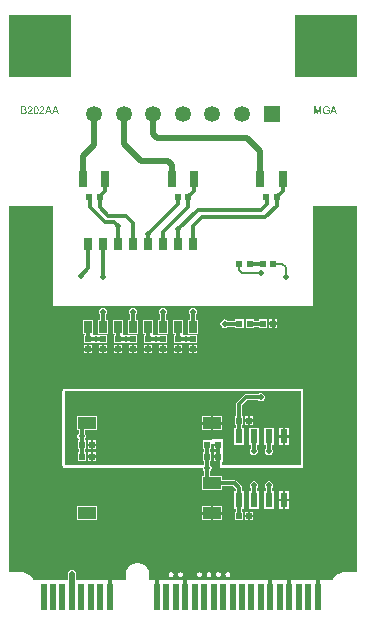
<source format=gtl>
G04*
G04 #@! TF.GenerationSoftware,Altium Limited,Altium Designer,22.1.2 (22)*
G04*
G04 Layer_Physical_Order=1*
G04 Layer_Color=255*
%FSLAX25Y25*%
%MOIN*%
G70*
G04*
G04 #@! TF.SameCoordinates,D9C7AC14-A0B2-4E4F-895A-178DC6869FF5*
G04*
G04*
G04 #@! TF.FilePolarity,Positive*
G04*
G01*
G75*
%ADD11C,0.00787*%
%ADD15R,0.02756X0.05512*%
%ADD16R,0.02047X0.01850*%
%ADD17R,0.02756X0.03937*%
%ADD18R,0.01850X0.02047*%
%ADD19R,0.02362X0.05118*%
%ADD20R,0.01968X0.02362*%
%ADD21R,0.05906X0.03937*%
%ADD36R,0.02362X0.09055*%
%ADD37C,0.01968*%
%ADD38C,0.01181*%
%ADD39R,0.20866X0.20866*%
%ADD40R,0.05315X0.05315*%
%ADD41C,0.05315*%
%ADD42C,0.01968*%
G36*
X58052Y13602D02*
X53740D01*
X53716Y13597D01*
X53691Y13601D01*
X53382Y13586D01*
X53310Y13567D01*
X53236D01*
X52630Y13447D01*
X52539Y13409D01*
X52442Y13390D01*
X51871Y13154D01*
X51789Y13099D01*
X51698Y13061D01*
X51185Y12718D01*
X51115Y12648D01*
X51033Y12593D01*
X50596Y12156D01*
X50541Y12074D01*
X50471Y12004D01*
X50128Y11491D01*
X50090Y11400D01*
X50035Y11317D01*
X49845Y10859D01*
X-11201D01*
Y12795D01*
X-11208Y12828D01*
X-11203Y12861D01*
X-11229Y13246D01*
X-11254Y13342D01*
X-11261Y13440D01*
X-11460Y14185D01*
X-11518Y14303D01*
X-11560Y14427D01*
X-11946Y15094D01*
X-12032Y15193D01*
X-12105Y15302D01*
X-12650Y15847D01*
X-12760Y15920D01*
X-12858Y16007D01*
X-13526Y16392D01*
X-13650Y16434D01*
X-13768Y16493D01*
X-14512Y16692D01*
X-14643Y16701D01*
X-14772Y16726D01*
X-15543D01*
X-15672Y16701D01*
X-15803Y16692D01*
X-16547Y16493D01*
X-16665Y16434D01*
X-16789Y16392D01*
X-17457Y16007D01*
X-17555Y15920D01*
X-17665Y15847D01*
X-18210Y15302D01*
X-18283Y15193D01*
X-18369Y15094D01*
X-18755Y14427D01*
X-18797Y14303D01*
X-18855Y14185D01*
X-19054Y13440D01*
X-19061Y13342D01*
X-19086Y13246D01*
X-19112Y12861D01*
X-19107Y12828D01*
X-19114Y12795D01*
Y10859D01*
X-35603D01*
Y12910D01*
X-35710Y13447D01*
X-36014Y13903D01*
X-36470Y14208D01*
X-37008Y14314D01*
X-37545Y14208D01*
X-38001Y13903D01*
X-38306Y13447D01*
X-38413Y12910D01*
Y10859D01*
X-49845D01*
X-50035Y11317D01*
X-50090Y11400D01*
X-50128Y11491D01*
X-50471Y12004D01*
X-50541Y12074D01*
X-50596Y12156D01*
X-51033Y12593D01*
X-51115Y12648D01*
X-51185Y12718D01*
X-51698Y13061D01*
X-51789Y13099D01*
X-51871Y13154D01*
X-52442Y13390D01*
X-52539Y13409D01*
X-52630Y13447D01*
X-53236Y13567D01*
X-53310D01*
X-53382Y13586D01*
X-53691Y13601D01*
X-53716Y13597D01*
X-53740Y13602D01*
X-58052D01*
Y135827D01*
X-43307D01*
Y102362D01*
X43307D01*
Y135827D01*
X58052D01*
Y13602D01*
D02*
G37*
G36*
X47944Y168925D02*
X47973D01*
X48042Y168918D01*
X48118Y168907D01*
X48198Y168888D01*
X48286Y168867D01*
X48369Y168837D01*
X48373D01*
X48380Y168834D01*
X48391Y168830D01*
X48406Y168823D01*
X48446Y168801D01*
X48497Y168776D01*
X48551Y168739D01*
X48610Y168695D01*
X48664Y168648D01*
X48715Y168590D01*
X48722Y168583D01*
X48737Y168561D01*
X48759Y168528D01*
X48788Y168481D01*
X48817Y168422D01*
X48850Y168350D01*
X48883Y168270D01*
X48908Y168179D01*
X48606Y168098D01*
Y168102D01*
X48602Y168106D01*
X48599Y168117D01*
X48595Y168131D01*
X48584Y168164D01*
X48570Y168208D01*
X48548Y168259D01*
X48522Y168306D01*
X48497Y168357D01*
X48464Y168401D01*
X48460Y168404D01*
X48450Y168419D01*
X48428Y168437D01*
X48402Y168463D01*
X48369Y168492D01*
X48326Y168521D01*
X48278Y168550D01*
X48224Y168575D01*
X48217Y168579D01*
X48198Y168586D01*
X48166Y168597D01*
X48122Y168612D01*
X48071Y168623D01*
X48013Y168634D01*
X47947Y168641D01*
X47878Y168644D01*
X47838D01*
X47820Y168641D01*
X47798D01*
X47743Y168637D01*
X47681Y168626D01*
X47612Y168615D01*
X47547Y168597D01*
X47481Y168572D01*
X47474Y168568D01*
X47452Y168561D01*
X47423Y168543D01*
X47387Y168524D01*
X47343Y168495D01*
X47296Y168466D01*
X47252Y168430D01*
X47212Y168390D01*
X47208Y168386D01*
X47194Y168371D01*
X47175Y168346D01*
X47154Y168317D01*
X47128Y168280D01*
X47103Y168237D01*
X47077Y168190D01*
X47052Y168139D01*
Y168135D01*
X47048Y168128D01*
X47045Y168117D01*
X47037Y168098D01*
X47030Y168077D01*
X47023Y168051D01*
X47012Y168022D01*
X47004Y167989D01*
X46986Y167913D01*
X46972Y167825D01*
X46961Y167735D01*
X46957Y167633D01*
Y167629D01*
Y167618D01*
Y167600D01*
X46961Y167578D01*
Y167549D01*
X46964Y167513D01*
X46968Y167476D01*
X46972Y167436D01*
X46986Y167345D01*
X47004Y167250D01*
X47034Y167156D01*
X47070Y167065D01*
Y167061D01*
X47077Y167054D01*
X47081Y167043D01*
X47092Y167028D01*
X47117Y166988D01*
X47157Y166937D01*
X47205Y166883D01*
X47263Y166828D01*
X47332Y166777D01*
X47409Y166730D01*
X47412D01*
X47419Y166726D01*
X47430Y166719D01*
X47449Y166712D01*
X47467Y166704D01*
X47492Y166697D01*
X47550Y166675D01*
X47623Y166657D01*
X47703Y166639D01*
X47791Y166624D01*
X47882Y166621D01*
X47918D01*
X47940Y166624D01*
X47962D01*
X48016Y166632D01*
X48082Y166639D01*
X48151Y166653D01*
X48228Y166675D01*
X48304Y166701D01*
X48308D01*
X48315Y166704D01*
X48322Y166708D01*
X48337Y166715D01*
X48377Y166734D01*
X48420Y166755D01*
X48471Y166781D01*
X48526Y166810D01*
X48577Y166843D01*
X48621Y166879D01*
Y167352D01*
X47878D01*
Y167651D01*
X48948D01*
Y166715D01*
X48945Y166712D01*
X48937Y166708D01*
X48923Y166697D01*
X48904Y166683D01*
X48883Y166668D01*
X48857Y166650D01*
X48824Y166628D01*
X48792Y166606D01*
X48715Y166559D01*
X48628Y166508D01*
X48537Y166461D01*
X48439Y166420D01*
X48435D01*
X48428Y166417D01*
X48413Y166413D01*
X48395Y166406D01*
X48369Y166399D01*
X48340Y166388D01*
X48308Y166380D01*
X48275Y166373D01*
X48195Y166355D01*
X48104Y166337D01*
X48005Y166326D01*
X47903Y166322D01*
X47867D01*
X47842Y166326D01*
X47809D01*
X47769Y166330D01*
X47725Y166337D01*
X47678Y166340D01*
X47572Y166362D01*
X47459Y166388D01*
X47343Y166428D01*
X47285Y166450D01*
X47227Y166479D01*
X47223Y166482D01*
X47212Y166486D01*
X47197Y166497D01*
X47175Y166508D01*
X47150Y166526D01*
X47125Y166544D01*
X47055Y166595D01*
X46983Y166661D01*
X46906Y166741D01*
X46833Y166832D01*
X46768Y166937D01*
Y166941D01*
X46761Y166952D01*
X46753Y166966D01*
X46742Y166992D01*
X46731Y167017D01*
X46720Y167054D01*
X46706Y167090D01*
X46691Y167134D01*
X46677Y167181D01*
X46662Y167236D01*
X46651Y167290D01*
X46640Y167349D01*
X46622Y167476D01*
X46615Y167611D01*
Y167614D01*
Y167629D01*
Y167647D01*
X46619Y167673D01*
Y167705D01*
X46622Y167745D01*
X46630Y167786D01*
X46633Y167833D01*
X46644Y167884D01*
X46651Y167938D01*
X46681Y168055D01*
X46717Y168175D01*
X46768Y168295D01*
X46771Y168299D01*
X46775Y168310D01*
X46782Y168324D01*
X46797Y168346D01*
X46812Y168375D01*
X46830Y168404D01*
X46881Y168473D01*
X46943Y168553D01*
X47019Y168630D01*
X47106Y168706D01*
X47157Y168739D01*
X47208Y168772D01*
X47212Y168776D01*
X47223Y168779D01*
X47237Y168787D01*
X47259Y168797D01*
X47288Y168808D01*
X47321Y168823D01*
X47357Y168837D01*
X47401Y168852D01*
X47449Y168867D01*
X47499Y168877D01*
X47554Y168892D01*
X47612Y168903D01*
X47740Y168921D01*
X47805Y168928D01*
X47922D01*
X47944Y168925D01*
D02*
G37*
G36*
X46160Y166366D02*
X45840D01*
Y168473D01*
X45104Y166366D01*
X44806D01*
X44078Y168510D01*
Y166366D01*
X43758D01*
Y168885D01*
X44256D01*
X44853Y167097D01*
Y167094D01*
X44857Y167087D01*
X44861Y167076D01*
X44868Y167058D01*
X44882Y167014D01*
X44901Y166959D01*
X44919Y166897D01*
X44941Y166835D01*
X44959Y166777D01*
X44973Y166726D01*
X44977Y166734D01*
X44981Y166752D01*
X44991Y166785D01*
X45006Y166828D01*
X45024Y166886D01*
X45050Y166956D01*
X45075Y167036D01*
X45108Y167130D01*
X45712Y168885D01*
X46160D01*
Y166366D01*
D02*
G37*
G36*
X51518D02*
X51139D01*
X50845Y167130D01*
X49789D01*
X49516Y166366D01*
X49163D01*
X50124Y168885D01*
X50488D01*
X51518Y166366D01*
D02*
G37*
G36*
X-41306Y166382D02*
X-41685D01*
X-41979Y167147D01*
X-43035D01*
X-43308Y166382D01*
X-44032D01*
X-44327Y167147D01*
X-45383D01*
X-45656Y166382D01*
X-46009D01*
X-45048Y168901D01*
X-44684D01*
X-43658Y166392D01*
X-42700Y168901D01*
X-42336D01*
X-41306Y166382D01*
D02*
G37*
G36*
X-46922Y168908D02*
X-46893Y168905D01*
X-46857Y168901D01*
X-46817Y168894D01*
X-46777Y168887D01*
X-46682Y168861D01*
X-46588Y168825D01*
X-46540Y168803D01*
X-46493Y168777D01*
X-46449Y168745D01*
X-46409Y168708D01*
X-46406Y168705D01*
X-46398Y168701D01*
X-46391Y168686D01*
X-46376Y168672D01*
X-46358Y168654D01*
X-46340Y168628D01*
X-46322Y168603D01*
X-46300Y168570D01*
X-46264Y168501D01*
X-46227Y168413D01*
X-46213Y168370D01*
X-46205Y168319D01*
X-46198Y168268D01*
X-46194Y168213D01*
Y168206D01*
Y168188D01*
X-46198Y168159D01*
X-46202Y168119D01*
X-46209Y168075D01*
X-46224Y168024D01*
X-46238Y167969D01*
X-46260Y167915D01*
X-46264Y167907D01*
X-46271Y167889D01*
X-46286Y167860D01*
X-46307Y167820D01*
X-46336Y167776D01*
X-46373Y167722D01*
X-46417Y167667D01*
X-46468Y167605D01*
X-46475Y167598D01*
X-46493Y167576D01*
X-46511Y167558D01*
X-46529Y167540D01*
X-46551Y167518D01*
X-46580Y167489D01*
X-46610Y167460D01*
X-46646Y167427D01*
X-46682Y167391D01*
X-46726Y167350D01*
X-46773Y167311D01*
X-46824Y167263D01*
X-46883Y167216D01*
X-46941Y167165D01*
X-46944Y167161D01*
X-46952Y167154D01*
X-46966Y167143D01*
X-46984Y167129D01*
X-47006Y167107D01*
X-47032Y167085D01*
X-47090Y167037D01*
X-47152Y166983D01*
X-47210Y166928D01*
X-47261Y166881D01*
X-47283Y166863D01*
X-47301Y166845D01*
X-47305Y166841D01*
X-47316Y166830D01*
X-47330Y166815D01*
X-47348Y166794D01*
X-47367Y166768D01*
X-47388Y166743D01*
X-47432Y166681D01*
X-46191D01*
Y166382D01*
X-47862D01*
Y166386D01*
Y166401D01*
Y166422D01*
X-47858Y166451D01*
X-47854Y166484D01*
X-47847Y166521D01*
X-47840Y166557D01*
X-47825Y166597D01*
Y166601D01*
X-47822Y166604D01*
X-47814Y166626D01*
X-47800Y166659D01*
X-47778Y166703D01*
X-47749Y166753D01*
X-47712Y166812D01*
X-47672Y166870D01*
X-47621Y166932D01*
Y166936D01*
X-47614Y166939D01*
X-47596Y166961D01*
X-47563Y166994D01*
X-47516Y167041D01*
X-47461Y167096D01*
X-47392Y167161D01*
X-47308Y167234D01*
X-47217Y167311D01*
X-47214Y167314D01*
X-47199Y167325D01*
X-47177Y167343D01*
X-47152Y167365D01*
X-47119Y167394D01*
X-47079Y167427D01*
X-47039Y167463D01*
X-46992Y167503D01*
X-46901Y167591D01*
X-46810Y167678D01*
X-46766Y167722D01*
X-46726Y167765D01*
X-46690Y167806D01*
X-46660Y167846D01*
Y167849D01*
X-46653Y167853D01*
X-46646Y167864D01*
X-46639Y167878D01*
X-46613Y167918D01*
X-46584Y167966D01*
X-46558Y168024D01*
X-46533Y168086D01*
X-46518Y168155D01*
X-46511Y168220D01*
Y168224D01*
Y168228D01*
X-46515Y168250D01*
X-46518Y168286D01*
X-46529Y168326D01*
X-46544Y168377D01*
X-46569Y168428D01*
X-46602Y168479D01*
X-46646Y168530D01*
X-46653Y168537D01*
X-46671Y168552D01*
X-46697Y168570D01*
X-46737Y168595D01*
X-46788Y168617D01*
X-46846Y168639D01*
X-46915Y168654D01*
X-46992Y168657D01*
X-47014D01*
X-47028Y168654D01*
X-47072Y168650D01*
X-47123Y168639D01*
X-47177Y168624D01*
X-47239Y168599D01*
X-47297Y168566D01*
X-47352Y168523D01*
X-47359Y168515D01*
X-47374Y168497D01*
X-47396Y168468D01*
X-47418Y168424D01*
X-47443Y168373D01*
X-47465Y168308D01*
X-47480Y168235D01*
X-47487Y168151D01*
X-47803Y168184D01*
Y168188D01*
X-47800Y168199D01*
Y168217D01*
X-47796Y168242D01*
X-47789Y168271D01*
X-47782Y168304D01*
X-47771Y168344D01*
X-47760Y168384D01*
X-47731Y168472D01*
X-47687Y168559D01*
X-47662Y168603D01*
X-47629Y168646D01*
X-47596Y168686D01*
X-47559Y168723D01*
X-47556Y168726D01*
X-47549Y168730D01*
X-47538Y168741D01*
X-47519Y168752D01*
X-47498Y168766D01*
X-47472Y168781D01*
X-47443Y168799D01*
X-47407Y168817D01*
X-47367Y168836D01*
X-47323Y168854D01*
X-47276Y168868D01*
X-47225Y168883D01*
X-47170Y168894D01*
X-47112Y168905D01*
X-47050Y168908D01*
X-46984Y168912D01*
X-46948D01*
X-46922Y168908D01*
D02*
G37*
G36*
X-50839D02*
X-50810Y168905D01*
X-50774Y168901D01*
X-50734Y168894D01*
X-50694Y168887D01*
X-50599Y168861D01*
X-50504Y168825D01*
X-50457Y168803D01*
X-50410Y168777D01*
X-50366Y168745D01*
X-50326Y168708D01*
X-50322Y168705D01*
X-50315Y168701D01*
X-50308Y168686D01*
X-50293Y168672D01*
X-50275Y168654D01*
X-50257Y168628D01*
X-50239Y168603D01*
X-50217Y168570D01*
X-50180Y168501D01*
X-50144Y168413D01*
X-50129Y168370D01*
X-50122Y168319D01*
X-50115Y168268D01*
X-50111Y168213D01*
Y168206D01*
Y168188D01*
X-50115Y168159D01*
X-50118Y168119D01*
X-50126Y168075D01*
X-50140Y168024D01*
X-50155Y167969D01*
X-50177Y167915D01*
X-50180Y167907D01*
X-50188Y167889D01*
X-50202Y167860D01*
X-50224Y167820D01*
X-50253Y167776D01*
X-50289Y167722D01*
X-50333Y167667D01*
X-50384Y167605D01*
X-50391Y167598D01*
X-50410Y167576D01*
X-50428Y167558D01*
X-50446Y167540D01*
X-50468Y167518D01*
X-50497Y167489D01*
X-50526Y167460D01*
X-50563Y167427D01*
X-50599Y167391D01*
X-50643Y167350D01*
X-50690Y167311D01*
X-50741Y167263D01*
X-50799Y167216D01*
X-50857Y167165D01*
X-50861Y167161D01*
X-50868Y167154D01*
X-50883Y167143D01*
X-50901Y167129D01*
X-50923Y167107D01*
X-50948Y167085D01*
X-51007Y167037D01*
X-51069Y166983D01*
X-51127Y166928D01*
X-51178Y166881D01*
X-51200Y166863D01*
X-51218Y166845D01*
X-51221Y166841D01*
X-51232Y166830D01*
X-51247Y166815D01*
X-51265Y166794D01*
X-51283Y166768D01*
X-51305Y166743D01*
X-51349Y166681D01*
X-50108D01*
Y166382D01*
X-51778D01*
Y166386D01*
Y166401D01*
Y166422D01*
X-51775Y166451D01*
X-51771Y166484D01*
X-51764Y166521D01*
X-51756Y166557D01*
X-51742Y166597D01*
Y166601D01*
X-51738Y166604D01*
X-51731Y166626D01*
X-51716Y166659D01*
X-51695Y166703D01*
X-51665Y166753D01*
X-51629Y166812D01*
X-51589Y166870D01*
X-51538Y166932D01*
Y166936D01*
X-51531Y166939D01*
X-51513Y166961D01*
X-51480Y166994D01*
X-51433Y167041D01*
X-51378Y167096D01*
X-51309Y167161D01*
X-51225Y167234D01*
X-51134Y167311D01*
X-51130Y167314D01*
X-51116Y167325D01*
X-51094Y167343D01*
X-51069Y167365D01*
X-51036Y167394D01*
X-50996Y167427D01*
X-50956Y167463D01*
X-50908Y167503D01*
X-50817Y167591D01*
X-50726Y167678D01*
X-50683Y167722D01*
X-50643Y167765D01*
X-50606Y167806D01*
X-50577Y167846D01*
Y167849D01*
X-50570Y167853D01*
X-50563Y167864D01*
X-50555Y167878D01*
X-50530Y167918D01*
X-50501Y167966D01*
X-50475Y168024D01*
X-50450Y168086D01*
X-50435Y168155D01*
X-50428Y168220D01*
Y168224D01*
Y168228D01*
X-50432Y168250D01*
X-50435Y168286D01*
X-50446Y168326D01*
X-50461Y168377D01*
X-50486Y168428D01*
X-50519Y168479D01*
X-50563Y168530D01*
X-50570Y168537D01*
X-50588Y168552D01*
X-50613Y168570D01*
X-50653Y168595D01*
X-50704Y168617D01*
X-50763Y168639D01*
X-50832Y168654D01*
X-50908Y168657D01*
X-50930D01*
X-50945Y168654D01*
X-50988Y168650D01*
X-51039Y168639D01*
X-51094Y168624D01*
X-51156Y168599D01*
X-51214Y168566D01*
X-51269Y168523D01*
X-51276Y168515D01*
X-51291Y168497D01*
X-51312Y168468D01*
X-51334Y168424D01*
X-51360Y168373D01*
X-51381Y168308D01*
X-51396Y168235D01*
X-51403Y168151D01*
X-51720Y168184D01*
Y168188D01*
X-51716Y168199D01*
Y168217D01*
X-51713Y168242D01*
X-51705Y168271D01*
X-51698Y168304D01*
X-51687Y168344D01*
X-51676Y168384D01*
X-51647Y168472D01*
X-51604Y168559D01*
X-51578Y168603D01*
X-51545Y168646D01*
X-51513Y168686D01*
X-51476Y168723D01*
X-51473Y168726D01*
X-51465Y168730D01*
X-51454Y168741D01*
X-51436Y168752D01*
X-51414Y168766D01*
X-51389Y168781D01*
X-51360Y168799D01*
X-51323Y168817D01*
X-51283Y168836D01*
X-51240Y168854D01*
X-51192Y168868D01*
X-51141Y168883D01*
X-51087Y168894D01*
X-51028Y168905D01*
X-50967Y168908D01*
X-50901Y168912D01*
X-50865D01*
X-50839Y168908D01*
D02*
G37*
G36*
X-52954Y168897D02*
X-52925D01*
X-52859Y168890D01*
X-52787Y168883D01*
X-52710Y168868D01*
X-52634Y168850D01*
X-52565Y168825D01*
X-52561D01*
X-52557Y168821D01*
X-52535Y168810D01*
X-52503Y168792D01*
X-52466Y168766D01*
X-52423Y168734D01*
X-52375Y168694D01*
X-52332Y168643D01*
X-52292Y168588D01*
X-52288Y168581D01*
X-52277Y168559D01*
X-52259Y168530D01*
X-52241Y168486D01*
X-52222Y168435D01*
X-52204Y168381D01*
X-52193Y168319D01*
X-52190Y168257D01*
Y168250D01*
Y168231D01*
X-52193Y168199D01*
X-52201Y168159D01*
X-52211Y168111D01*
X-52230Y168060D01*
X-52251Y168009D01*
X-52281Y167955D01*
X-52284Y167947D01*
X-52295Y167933D01*
X-52317Y167904D01*
X-52346Y167875D01*
X-52382Y167838D01*
X-52426Y167798D01*
X-52481Y167762D01*
X-52543Y167725D01*
X-52539D01*
X-52532Y167722D01*
X-52521Y167718D01*
X-52506Y167711D01*
X-52463Y167696D01*
X-52412Y167671D01*
X-52357Y167638D01*
X-52295Y167598D01*
X-52241Y167551D01*
X-52190Y167492D01*
X-52186Y167485D01*
X-52171Y167463D01*
X-52150Y167431D01*
X-52128Y167387D01*
X-52106Y167329D01*
X-52084Y167267D01*
X-52069Y167194D01*
X-52066Y167114D01*
Y167110D01*
Y167107D01*
Y167085D01*
X-52069Y167048D01*
X-52077Y167005D01*
X-52084Y166954D01*
X-52099Y166899D01*
X-52117Y166841D01*
X-52142Y166783D01*
X-52146Y166775D01*
X-52157Y166757D01*
X-52171Y166732D01*
X-52193Y166695D01*
X-52222Y166659D01*
X-52251Y166619D01*
X-52288Y166579D01*
X-52328Y166546D01*
X-52332Y166542D01*
X-52346Y166532D01*
X-52372Y166517D01*
X-52404Y166502D01*
X-52444Y166481D01*
X-52492Y166459D01*
X-52543Y166440D01*
X-52605Y166422D01*
X-52612D01*
X-52634Y166415D01*
X-52670Y166411D01*
X-52717Y166404D01*
X-52776Y166397D01*
X-52845Y166390D01*
X-52921Y166386D01*
X-53009Y166382D01*
X-53970D01*
Y168901D01*
X-52979D01*
X-52954Y168897D01*
D02*
G37*
G36*
X-48881Y168908D02*
X-48834Y168901D01*
X-48779Y168890D01*
X-48721Y168876D01*
X-48659Y168858D01*
X-48601Y168828D01*
X-48597D01*
X-48593Y168825D01*
X-48575Y168814D01*
X-48546Y168796D01*
X-48510Y168770D01*
X-48469Y168734D01*
X-48426Y168694D01*
X-48386Y168646D01*
X-48346Y168592D01*
X-48342Y168585D01*
X-48328Y168566D01*
X-48313Y168534D01*
X-48287Y168486D01*
X-48266Y168432D01*
X-48237Y168370D01*
X-48211Y168297D01*
X-48189Y168217D01*
Y168213D01*
X-48186Y168206D01*
X-48182Y168195D01*
X-48178Y168177D01*
X-48175Y168155D01*
X-48171Y168130D01*
X-48164Y168097D01*
X-48160Y168060D01*
X-48153Y168020D01*
X-48149Y167977D01*
X-48146Y167926D01*
X-48138Y167875D01*
X-48135Y167816D01*
Y167758D01*
X-48131Y167693D01*
Y167623D01*
Y167620D01*
Y167605D01*
Y167580D01*
Y167551D01*
X-48135Y167511D01*
Y167467D01*
X-48138Y167420D01*
X-48142Y167369D01*
X-48153Y167252D01*
X-48171Y167132D01*
X-48193Y167016D01*
X-48208Y166961D01*
X-48226Y166906D01*
Y166903D01*
X-48229Y166895D01*
X-48237Y166881D01*
X-48244Y166863D01*
X-48251Y166837D01*
X-48266Y166812D01*
X-48295Y166750D01*
X-48331Y166684D01*
X-48379Y166612D01*
X-48433Y166546D01*
X-48499Y166484D01*
X-48502D01*
X-48506Y166477D01*
X-48517Y166470D01*
X-48531Y166462D01*
X-48550Y166451D01*
X-48568Y166437D01*
X-48622Y166411D01*
X-48688Y166386D01*
X-48764Y166360D01*
X-48855Y166346D01*
X-48954Y166339D01*
X-48990D01*
X-49016Y166342D01*
X-49045Y166346D01*
X-49081Y166353D01*
X-49121Y166360D01*
X-49165Y166371D01*
X-49208Y166386D01*
X-49256Y166401D01*
X-49303Y166422D01*
X-49350Y166448D01*
X-49398Y166477D01*
X-49445Y166513D01*
X-49489Y166553D01*
X-49529Y166597D01*
X-49532Y166601D01*
X-49540Y166612D01*
X-49551Y166630D01*
X-49569Y166659D01*
X-49587Y166692D01*
X-49605Y166735D01*
X-49631Y166786D01*
X-49652Y166845D01*
X-49674Y166910D01*
X-49696Y166987D01*
X-49718Y167070D01*
X-49736Y167165D01*
X-49755Y167267D01*
X-49765Y167376D01*
X-49773Y167496D01*
X-49776Y167623D01*
Y167627D01*
Y167642D01*
Y167667D01*
Y167696D01*
X-49773Y167736D01*
Y167780D01*
X-49769Y167827D01*
X-49765Y167882D01*
X-49755Y167995D01*
X-49736Y168115D01*
X-49714Y168235D01*
X-49700Y168290D01*
X-49685Y168344D01*
Y168348D01*
X-49682Y168355D01*
X-49674Y168370D01*
X-49667Y168388D01*
X-49660Y168413D01*
X-49645Y168439D01*
X-49616Y168501D01*
X-49580Y168566D01*
X-49532Y168635D01*
X-49478Y168705D01*
X-49412Y168763D01*
X-49409D01*
X-49405Y168770D01*
X-49394Y168777D01*
X-49380Y168785D01*
X-49361Y168799D01*
X-49340Y168810D01*
X-49285Y168839D01*
X-49219Y168865D01*
X-49143Y168890D01*
X-49052Y168905D01*
X-48954Y168912D01*
X-48921D01*
X-48881Y168908D01*
D02*
G37*
%LPC*%
G36*
X20193Y98032D02*
X17437D01*
Y97460D01*
X14872D01*
X14431Y97755D01*
X13894Y97862D01*
X13356Y97755D01*
X12900Y97450D01*
X12596Y96994D01*
X12489Y96457D01*
X12596Y95919D01*
X12900Y95463D01*
X13356Y95159D01*
X13894Y95052D01*
X14431Y95159D01*
X14872Y95453D01*
X17437D01*
Y94882D01*
X20193D01*
Y98032D01*
D02*
G37*
G36*
X31472Y97874D02*
X30547D01*
Y96850D01*
X31472D01*
Y97874D01*
D02*
G37*
G36*
X29760D02*
X28835D01*
Y96850D01*
X29760D01*
Y97874D01*
D02*
G37*
G36*
X31472Y96063D02*
X30547D01*
Y95039D01*
X31472D01*
Y96063D01*
D02*
G37*
G36*
X29760D02*
X28835D01*
Y95039D01*
X29760D01*
Y96063D01*
D02*
G37*
G36*
X23736Y98032D02*
X20980D01*
Y94882D01*
X23736D01*
Y95453D01*
X25449D01*
Y95039D01*
X28087D01*
Y97874D01*
X25449D01*
Y97460D01*
X23736D01*
Y98032D01*
D02*
G37*
G36*
X3413Y101799D02*
X2876Y101692D01*
X2420Y101387D01*
X2115Y100931D01*
X2008Y100394D01*
X2115Y99856D01*
X2410Y99415D01*
Y97835D01*
X1642D01*
Y93110D01*
X5185D01*
Y97835D01*
X4417D01*
Y99415D01*
X4711Y99856D01*
X4818Y100394D01*
X4711Y100931D01*
X4407Y101387D01*
X3951Y101692D01*
X3413Y101799D01*
D02*
G37*
G36*
X-6587D02*
X-7124Y101692D01*
X-7580Y101387D01*
X-7885Y100931D01*
X-7992Y100394D01*
X-7885Y99856D01*
X-7590Y99415D01*
Y97835D01*
X-8358D01*
Y93110D01*
X-4815D01*
Y97835D01*
X-5583D01*
Y99415D01*
X-5289Y99856D01*
X-5182Y100394D01*
X-5289Y100931D01*
X-5593Y101387D01*
X-6049Y101692D01*
X-6587Y101799D01*
D02*
G37*
G36*
X-16587D02*
X-17124Y101692D01*
X-17580Y101387D01*
X-17885Y100931D01*
X-17992Y100394D01*
X-17885Y99856D01*
X-17590Y99415D01*
Y97835D01*
X-18358D01*
Y93110D01*
X-14815D01*
Y97835D01*
X-15583D01*
Y99415D01*
X-15289Y99856D01*
X-15182Y100394D01*
X-15289Y100931D01*
X-15593Y101387D01*
X-16049Y101692D01*
X-16587Y101799D01*
D02*
G37*
G36*
X-26587D02*
X-27124Y101692D01*
X-27580Y101387D01*
X-27885Y100931D01*
X-27992Y100394D01*
X-27885Y99856D01*
X-27590Y99415D01*
Y97835D01*
X-28358D01*
Y93110D01*
X-24815D01*
Y97835D01*
X-25583D01*
Y99415D01*
X-25289Y99856D01*
X-25182Y100394D01*
X-25289Y100931D01*
X-25593Y101387D01*
X-26049Y101692D01*
X-26587Y101799D01*
D02*
G37*
G36*
X185Y97835D02*
X-3358D01*
Y93110D01*
X-2590D01*
Y92579D01*
X-3004D01*
Y89941D01*
X-169D01*
Y89941D01*
X331Y89992D01*
X376Y89962D01*
X913Y89855D01*
X1451Y89962D01*
X1496Y89992D01*
X1996Y89941D01*
Y89941D01*
X4831D01*
Y92579D01*
X1996D01*
Y92579D01*
X1496Y92528D01*
X1451Y92558D01*
X913Y92665D01*
X376Y92558D01*
X331Y92528D01*
X-169Y92579D01*
X-169D01*
X-232Y92610D01*
X-113Y93110D01*
X185D01*
Y97835D01*
D02*
G37*
G36*
X-9815D02*
X-13358D01*
Y93110D01*
X-12590D01*
Y92579D01*
X-13004D01*
Y89941D01*
X-10169D01*
Y89941D01*
X-9669Y89992D01*
X-9624Y89962D01*
X-9087Y89855D01*
X-8549Y89962D01*
X-8504Y89992D01*
X-8004Y89941D01*
Y89941D01*
X-5169D01*
Y92579D01*
X-8004D01*
Y92579D01*
X-8504Y92528D01*
X-8549Y92558D01*
X-9087Y92665D01*
X-9624Y92558D01*
X-9669Y92528D01*
X-10169Y92579D01*
X-10169D01*
X-10232Y92610D01*
X-10113Y93110D01*
X-9815D01*
Y97835D01*
D02*
G37*
G36*
X-19815D02*
X-23358D01*
Y93110D01*
X-22590D01*
Y92579D01*
X-23004D01*
Y89941D01*
X-20169D01*
Y89941D01*
X-19669Y89992D01*
X-19624Y89962D01*
X-19087Y89855D01*
X-18549Y89962D01*
X-18504Y89992D01*
X-18004Y89941D01*
Y89941D01*
X-15169D01*
Y92579D01*
X-18004D01*
Y92579D01*
X-18504Y92528D01*
X-18549Y92558D01*
X-19087Y92665D01*
X-19624Y92558D01*
X-19669Y92528D01*
X-20169Y92579D01*
X-20169D01*
X-20232Y92610D01*
X-20113Y93110D01*
X-19815D01*
Y97835D01*
D02*
G37*
G36*
X-29815D02*
X-33358D01*
Y93110D01*
X-32590D01*
Y92579D01*
X-33004D01*
Y89941D01*
X-30169D01*
Y89941D01*
X-29669Y89992D01*
X-29624Y89962D01*
X-29087Y89855D01*
X-28549Y89962D01*
X-28504Y89992D01*
X-28004Y89941D01*
Y89941D01*
X-25169D01*
Y92579D01*
X-28004D01*
Y92579D01*
X-28504Y92528D01*
X-28549Y92558D01*
X-29087Y92665D01*
X-29624Y92558D01*
X-29669Y92528D01*
X-30169Y92579D01*
X-30169D01*
X-30232Y92610D01*
X-30113Y93110D01*
X-29815D01*
Y97835D01*
D02*
G37*
G36*
X-25169Y89193D02*
X-26193D01*
Y88268D01*
X-25169D01*
Y89193D01*
D02*
G37*
G36*
X-26980D02*
X-28004D01*
Y88268D01*
X-26980D01*
Y89193D01*
D02*
G37*
G36*
X4831D02*
X3807D01*
Y88268D01*
X4831D01*
Y89193D01*
D02*
G37*
G36*
X-169D02*
X-1193D01*
Y88268D01*
X-169D01*
Y89193D01*
D02*
G37*
G36*
X-5169D02*
X-6193D01*
Y88268D01*
X-5169D01*
Y89193D01*
D02*
G37*
G36*
X-10169D02*
X-11193D01*
Y88268D01*
X-10169D01*
Y89193D01*
D02*
G37*
G36*
X-15169D02*
X-16193D01*
Y88268D01*
X-15169D01*
Y89193D01*
D02*
G37*
G36*
X-20169D02*
X-21193D01*
Y88268D01*
X-20169D01*
Y89193D01*
D02*
G37*
G36*
X-30169D02*
X-31193D01*
Y88268D01*
X-30169D01*
Y89193D01*
D02*
G37*
G36*
X3020D02*
X1996D01*
Y88268D01*
X3020D01*
Y89193D01*
D02*
G37*
G36*
X-1980D02*
X-3004D01*
Y88268D01*
X-1980D01*
Y89193D01*
D02*
G37*
G36*
X-6980D02*
X-8004D01*
Y88268D01*
X-6980D01*
Y89193D01*
D02*
G37*
G36*
X-11980D02*
X-13004D01*
Y88268D01*
X-11980D01*
Y89193D01*
D02*
G37*
G36*
X-16980D02*
X-18004D01*
Y88268D01*
X-16980D01*
Y89193D01*
D02*
G37*
G36*
X-21980D02*
X-23004D01*
Y88268D01*
X-21980D01*
Y89193D01*
D02*
G37*
G36*
X-31980D02*
X-33004D01*
Y88268D01*
X-31980D01*
Y89193D01*
D02*
G37*
G36*
X4831Y87480D02*
X3807D01*
Y86555D01*
X4831D01*
Y87480D01*
D02*
G37*
G36*
X3020D02*
X1996D01*
Y86555D01*
X3020D01*
Y87480D01*
D02*
G37*
G36*
X-169D02*
X-1193D01*
Y86555D01*
X-169D01*
Y87480D01*
D02*
G37*
G36*
X-1980D02*
X-3004D01*
Y86555D01*
X-1980D01*
Y87480D01*
D02*
G37*
G36*
X-5169D02*
X-6193D01*
Y86555D01*
X-5169D01*
Y87480D01*
D02*
G37*
G36*
X-6980D02*
X-8004D01*
Y86555D01*
X-6980D01*
Y87480D01*
D02*
G37*
G36*
X-10169D02*
X-11193D01*
Y86555D01*
X-10169D01*
Y87480D01*
D02*
G37*
G36*
X-11980D02*
X-13004D01*
Y86555D01*
X-11980D01*
Y87480D01*
D02*
G37*
G36*
X-15169D02*
X-16193D01*
Y86555D01*
X-15169D01*
Y87480D01*
D02*
G37*
G36*
X-16980D02*
X-18004D01*
Y86555D01*
X-16980D01*
Y87480D01*
D02*
G37*
G36*
X-20169D02*
X-21193D01*
Y86555D01*
X-20169D01*
Y87480D01*
D02*
G37*
G36*
X-21980D02*
X-23004D01*
Y86555D01*
X-21980D01*
Y87480D01*
D02*
G37*
G36*
X-25169Y87480D02*
X-26193D01*
Y86555D01*
X-25169D01*
Y87480D01*
D02*
G37*
G36*
X-26980D02*
X-28004D01*
Y86555D01*
X-26980D01*
Y87480D01*
D02*
G37*
G36*
X-30169Y87480D02*
X-31193D01*
Y86555D01*
X-30169D01*
Y87480D01*
D02*
G37*
G36*
X-31980D02*
X-33004D01*
Y86555D01*
X-31980D01*
Y87480D01*
D02*
G37*
G36*
X11142Y55709D02*
X10216D01*
Y54685D01*
X11142D01*
Y55709D01*
D02*
G37*
G36*
Y53583D02*
X10216D01*
Y52559D01*
X11142D01*
Y53583D01*
D02*
G37*
G36*
Y51772D02*
X10216D01*
Y50748D01*
X11142D01*
Y51772D01*
D02*
G37*
G36*
X39370Y74803D02*
X-39370D01*
X-39677Y74742D01*
X-39938Y74568D01*
X-40112Y74307D01*
X-40173Y74000D01*
Y49213D01*
X-40112Y48905D01*
X-39938Y48645D01*
X-39677Y48471D01*
X-39370Y48410D01*
X6725D01*
X6745Y48386D01*
X6852Y47848D01*
X7146Y47407D01*
Y45591D01*
X6299D01*
Y40866D01*
X12992D01*
Y42225D01*
X16856D01*
X17678Y41403D01*
Y40551D01*
X17106D01*
Y34646D01*
X17678D01*
Y33701D01*
X17362D01*
Y30866D01*
X20000D01*
Y33701D01*
X19685D01*
Y34646D01*
X20256D01*
Y40551D01*
X19685D01*
Y41819D01*
X19608Y42203D01*
X19391Y42529D01*
X17981Y43938D01*
X17656Y44155D01*
X17272Y44232D01*
X12992D01*
Y45591D01*
X9153D01*
Y47407D01*
X9448Y47848D01*
X9555Y48386D01*
X9448Y48924D01*
X9153Y49364D01*
Y50748D01*
X9469D01*
Y53583D01*
X9153D01*
Y54685D01*
X9469D01*
Y56375D01*
X9632Y56529D01*
X9761Y56578D01*
X9877Y56496D01*
X11535D01*
Y56102D01*
X11929D01*
Y54685D01*
X12445D01*
Y54291D01*
X12445Y54291D01*
Y53977D01*
X12445Y53976D01*
Y53583D01*
X11929D01*
Y52165D01*
Y50545D01*
X12138Y50354D01*
Y49213D01*
X12199Y48905D01*
X12373Y48645D01*
X12633Y48471D01*
X12940Y48410D01*
X39370D01*
X39677Y48471D01*
X39938Y48645D01*
X40112Y48905D01*
X40173Y49213D01*
Y74000D01*
X40112Y74307D01*
X39938Y74568D01*
X39677Y74742D01*
X39370Y74803D01*
D02*
G37*
G36*
X35256Y40551D02*
X34075D01*
Y37992D01*
X35256D01*
Y40551D01*
D02*
G37*
G36*
X33287D02*
X32106D01*
Y37992D01*
X33287D01*
Y40551D01*
D02*
G37*
G36*
X35256Y37205D02*
X34075D01*
Y34646D01*
X35256D01*
Y37205D01*
D02*
G37*
G36*
X33287D02*
X32106D01*
Y34646D01*
X33287D01*
Y37205D01*
D02*
G37*
G36*
X28681Y43925D02*
X28144Y43818D01*
X27688Y43513D01*
X27383Y43057D01*
X27276Y42520D01*
X27383Y41982D01*
X27678Y41541D01*
Y40551D01*
X27106D01*
Y34646D01*
X30256D01*
Y40551D01*
X29685D01*
Y41541D01*
X29979Y41982D01*
X30086Y42520D01*
X29979Y43057D01*
X29675Y43513D01*
X29219Y43818D01*
X28681Y43925D01*
D02*
G37*
G36*
X23681D02*
X23144Y43818D01*
X22688Y43513D01*
X22383Y43057D01*
X22276Y42520D01*
X22383Y41982D01*
X22678Y41541D01*
Y40551D01*
X22106D01*
Y34646D01*
X25256D01*
Y40551D01*
X24685D01*
Y41541D01*
X24979Y41982D01*
X25086Y42520D01*
X24979Y43057D01*
X24675Y43513D01*
X24219Y43818D01*
X23681Y43925D01*
D02*
G37*
G36*
X12992Y35591D02*
X10039D01*
Y33622D01*
X12992D01*
Y35591D01*
D02*
G37*
G36*
X9252D02*
X6299D01*
Y33622D01*
X9252D01*
Y35591D01*
D02*
G37*
G36*
X23386Y33701D02*
X22461D01*
Y32677D01*
X23386D01*
Y33701D01*
D02*
G37*
G36*
X21673D02*
X20748D01*
Y32677D01*
X21673D01*
Y33701D01*
D02*
G37*
G36*
X23386Y31890D02*
X22461D01*
Y30866D01*
X23386D01*
Y31890D01*
D02*
G37*
G36*
X21673D02*
X20748D01*
Y30866D01*
X21673D01*
Y31890D01*
D02*
G37*
G36*
X12992Y32835D02*
X10039D01*
Y30866D01*
X12992D01*
Y32835D01*
D02*
G37*
G36*
X9252D02*
X6299D01*
Y30866D01*
X9252D01*
Y32835D01*
D02*
G37*
G36*
X-28740Y35591D02*
X-35433D01*
Y30866D01*
X-28740D01*
Y35591D01*
D02*
G37*
G36*
X14961Y13712D02*
X14653Y13651D01*
X14393Y13477D01*
X14219Y13217D01*
X14158Y12910D01*
X14219Y12602D01*
X14393Y12342D01*
X14653Y12168D01*
X14961Y12107D01*
X15268Y12168D01*
X15528Y12342D01*
X15702Y12602D01*
X15764Y12910D01*
X15702Y13217D01*
X15528Y13477D01*
X15268Y13651D01*
X14961Y13712D01*
D02*
G37*
G36*
X11811D02*
X11504Y13651D01*
X11243Y13477D01*
X11069Y13217D01*
X11008Y12910D01*
X11069Y12602D01*
X11243Y12342D01*
X11504Y12168D01*
X11811Y12107D01*
X12118Y12168D01*
X12379Y12342D01*
X12553Y12602D01*
X12614Y12910D01*
X12553Y13217D01*
X12379Y13477D01*
X12118Y13651D01*
X11811Y13712D01*
D02*
G37*
G36*
X8661D02*
X8354Y13651D01*
X8094Y13477D01*
X7920Y13217D01*
X7859Y12910D01*
X7920Y12602D01*
X8094Y12342D01*
X8354Y12168D01*
X8661Y12107D01*
X8969Y12168D01*
X9229Y12342D01*
X9403Y12602D01*
X9464Y12910D01*
X9403Y13217D01*
X9229Y13477D01*
X8969Y13651D01*
X8661Y13712D01*
D02*
G37*
G36*
X5512D02*
X5205Y13651D01*
X4944Y13477D01*
X4770Y13217D01*
X4709Y12910D01*
X4770Y12602D01*
X4944Y12342D01*
X5205Y12168D01*
X5512Y12107D01*
X5819Y12168D01*
X6080Y12342D01*
X6254Y12602D01*
X6315Y12910D01*
X6254Y13217D01*
X6080Y13477D01*
X5819Y13651D01*
X5512Y13712D01*
D02*
G37*
G36*
X-787D02*
X-1095Y13651D01*
X-1355Y13477D01*
X-1529Y13217D01*
X-1590Y12910D01*
X-1529Y12602D01*
X-1355Y12342D01*
X-1095Y12168D01*
X-787Y12107D01*
X-480Y12168D01*
X-220Y12342D01*
X-46Y12602D01*
X15Y12910D01*
X-46Y13217D01*
X-220Y13477D01*
X-480Y13651D01*
X-787Y13712D01*
D02*
G37*
G36*
X-3937D02*
X-4244Y13651D01*
X-4505Y13477D01*
X-4679Y13217D01*
X-4740Y12910D01*
X-4679Y12602D01*
X-4505Y12342D01*
X-4244Y12168D01*
X-3937Y12107D01*
X-3630Y12168D01*
X-3369Y12342D01*
X-3195Y12602D01*
X-3134Y12910D01*
X-3195Y13217D01*
X-3369Y13477D01*
X-3630Y13651D01*
X-3937Y13712D01*
D02*
G37*
%LPD*%
G36*
X39370Y49213D02*
X12940D01*
Y50354D01*
X13248D01*
Y53976D01*
X13248D01*
Y54291D01*
X13248D01*
Y57913D01*
X9823D01*
Y57871D01*
X9469Y57520D01*
X6831D01*
Y54685D01*
X7146D01*
Y53583D01*
X6831D01*
Y50748D01*
X7146D01*
Y49331D01*
X7028Y49213D01*
X-39370D01*
Y74000D01*
X39370D01*
Y49213D01*
D02*
G37*
%LPC*%
G36*
X26180Y73283D02*
X25631D01*
X25125Y73074D01*
X24960Y72909D01*
X20906D01*
X20522Y72833D01*
X20196Y72615D01*
X17971Y70391D01*
X17754Y70065D01*
X17678Y69681D01*
Y65591D01*
X17362D01*
Y62756D01*
X17678D01*
Y61811D01*
X17106D01*
Y55905D01*
X20256D01*
Y61811D01*
X19685D01*
Y62756D01*
X20000D01*
Y65591D01*
X19685D01*
Y69265D01*
X21321Y70902D01*
X24960D01*
X25125Y70737D01*
X25631Y70528D01*
X26180D01*
X26686Y70737D01*
X27074Y71125D01*
X27283Y71631D01*
Y72180D01*
X27074Y72686D01*
X26686Y73074D01*
X26180Y73283D01*
D02*
G37*
G36*
X23386Y65591D02*
X22461D01*
Y64567D01*
X23386D01*
Y65591D01*
D02*
G37*
G36*
X21673D02*
X20748D01*
Y64567D01*
X21673D01*
Y65591D01*
D02*
G37*
G36*
X12992D02*
X10039D01*
Y63622D01*
X12992D01*
Y65591D01*
D02*
G37*
G36*
X9252D02*
X6299D01*
Y63622D01*
X9252D01*
Y65591D01*
D02*
G37*
G36*
X23386Y63779D02*
X22461D01*
Y62756D01*
X23386D01*
Y63779D01*
D02*
G37*
G36*
X21673D02*
X20748D01*
Y62756D01*
X21673D01*
Y63779D01*
D02*
G37*
G36*
X12992Y62835D02*
X10039D01*
Y60866D01*
X12992D01*
Y62835D01*
D02*
G37*
G36*
X9252D02*
X6299D01*
Y60866D01*
X9252D01*
Y62835D01*
D02*
G37*
G36*
X35256Y61811D02*
X34075D01*
Y59252D01*
X35256D01*
Y61811D01*
D02*
G37*
G36*
X33287D02*
X32106D01*
Y59252D01*
X33287D01*
Y61811D01*
D02*
G37*
G36*
X-29075Y57520D02*
X-30000D01*
Y56496D01*
X-29075D01*
Y57520D01*
D02*
G37*
G36*
X-30787D02*
X-31713D01*
Y56496D01*
X-30787D01*
Y57520D01*
D02*
G37*
G36*
X35256Y58465D02*
X34075D01*
Y55905D01*
X35256D01*
Y58465D01*
D02*
G37*
G36*
X33287D02*
X32106D01*
Y55905D01*
X33287D01*
Y58465D01*
D02*
G37*
G36*
X-29075Y55709D02*
X-30000D01*
Y54685D01*
X-29075D01*
Y55709D01*
D02*
G37*
G36*
X-30787D02*
X-31713D01*
Y54685D01*
X-30787D01*
Y55709D01*
D02*
G37*
G36*
X25256Y61811D02*
X22106D01*
Y55905D01*
X22678D01*
Y54914D01*
X22513Y54749D01*
X22303Y54243D01*
Y53694D01*
X22513Y53188D01*
X22901Y52800D01*
X23407Y52591D01*
X23955D01*
X24462Y52800D01*
X24849Y53188D01*
X25059Y53694D01*
Y54243D01*
X24849Y54749D01*
X24685Y54914D01*
Y55905D01*
X25256D01*
Y61811D01*
D02*
G37*
G36*
X-29075Y53583D02*
X-30000D01*
Y52559D01*
X-29075D01*
Y53583D01*
D02*
G37*
G36*
X30256Y61811D02*
X27106D01*
Y55905D01*
X27678D01*
Y54882D01*
X27513Y54718D01*
X27303Y54211D01*
Y53663D01*
X27513Y53157D01*
X27900Y52769D01*
X28407Y52559D01*
X28955D01*
X29462Y52769D01*
X29849Y53157D01*
X30059Y53663D01*
Y54211D01*
X29849Y54718D01*
X29685Y54882D01*
Y55905D01*
X30256D01*
Y61811D01*
D02*
G37*
G36*
X-30787Y53583D02*
X-31713D01*
Y52559D01*
X-30787D01*
Y53583D01*
D02*
G37*
G36*
X-29075Y51772D02*
X-30000D01*
Y50748D01*
X-29075D01*
Y51772D01*
D02*
G37*
G36*
X-30787D02*
X-31713D01*
Y50748D01*
X-30787D01*
Y51772D01*
D02*
G37*
G36*
X-28740Y65591D02*
X-35433D01*
Y60866D01*
X-34783D01*
Y59922D01*
X-34948Y59757D01*
X-35157Y59250D01*
Y58702D01*
X-34948Y58196D01*
X-34783Y58031D01*
Y57520D01*
X-35098D01*
Y54685D01*
X-34783D01*
Y53583D01*
X-35098D01*
Y50748D01*
X-32461D01*
Y53583D01*
X-32776D01*
Y54685D01*
X-32461D01*
Y57520D01*
X-32776D01*
Y58031D01*
X-32611Y58196D01*
X-32402Y58702D01*
Y59250D01*
X-32611Y59757D01*
X-32776Y59922D01*
Y60866D01*
X-28740D01*
Y65591D01*
D02*
G37*
G36*
X50299Y168623D02*
Y168619D01*
X50295Y168612D01*
Y168597D01*
X50288Y168583D01*
X50284Y168557D01*
X50277Y168532D01*
X50262Y168470D01*
X50244Y168397D01*
X50219Y168317D01*
X50193Y168230D01*
X50160Y168139D01*
X49887Y167403D01*
X50739D01*
X50477Y168095D01*
Y168098D01*
X50473Y168109D01*
X50466Y168128D01*
X50459Y168149D01*
X50448Y168175D01*
X50437Y168208D01*
X50426Y168244D01*
X50411Y168280D01*
X50382Y168364D01*
X50353Y168452D01*
X50324Y168539D01*
X50299Y168623D01*
D02*
G37*
G36*
X-42525Y168639D02*
Y168635D01*
X-42529Y168628D01*
Y168614D01*
X-42536Y168599D01*
X-42540Y168574D01*
X-42547Y168548D01*
X-42562Y168486D01*
X-42580Y168413D01*
X-42606Y168333D01*
X-42631Y168246D01*
X-42664Y168155D01*
X-42937Y167420D01*
X-42085D01*
X-42347Y168111D01*
Y168115D01*
X-42351Y168126D01*
X-42358Y168144D01*
X-42365Y168166D01*
X-42376Y168191D01*
X-42387Y168224D01*
X-42398Y168261D01*
X-42413Y168297D01*
X-42442Y168381D01*
X-42471Y168468D01*
X-42500Y168555D01*
X-42525Y168639D01*
D02*
G37*
G36*
X-44873D02*
Y168635D01*
X-44877Y168628D01*
Y168614D01*
X-44884Y168599D01*
X-44888Y168574D01*
X-44895Y168548D01*
X-44910Y168486D01*
X-44928Y168413D01*
X-44953Y168333D01*
X-44979Y168246D01*
X-45011Y168155D01*
X-45285Y167420D01*
X-44433D01*
X-44695Y168111D01*
Y168115D01*
X-44699Y168126D01*
X-44706Y168144D01*
X-44713Y168166D01*
X-44724Y168191D01*
X-44735Y168224D01*
X-44746Y168261D01*
X-44760Y168297D01*
X-44789Y168381D01*
X-44819Y168468D01*
X-44848Y168555D01*
X-44873Y168639D01*
D02*
G37*
G36*
X-53038Y168603D02*
X-53635D01*
Y167846D01*
X-53016D01*
X-52969Y167849D01*
X-52918Y167853D01*
X-52867Y167857D01*
X-52816Y167864D01*
X-52776Y167871D01*
X-52768Y167875D01*
X-52754Y167878D01*
X-52732Y167889D01*
X-52703Y167904D01*
X-52674Y167918D01*
X-52641Y167940D01*
X-52608Y167969D01*
X-52583Y167998D01*
X-52579Y168002D01*
X-52572Y168013D01*
X-52561Y168035D01*
X-52550Y168060D01*
X-52539Y168089D01*
X-52528Y168126D01*
X-52521Y168169D01*
X-52517Y168217D01*
Y168224D01*
Y168239D01*
X-52521Y168261D01*
X-52525Y168290D01*
X-52532Y168326D01*
X-52543Y168362D01*
X-52557Y168399D01*
X-52579Y168435D01*
X-52583Y168439D01*
X-52590Y168450D01*
X-52605Y168468D01*
X-52623Y168486D01*
X-52648Y168508D01*
X-52677Y168530D01*
X-52714Y168552D01*
X-52754Y168566D01*
X-52757D01*
X-52776Y168574D01*
X-52801Y168577D01*
X-52841Y168585D01*
X-52896Y168592D01*
X-52958Y168595D01*
X-53038Y168603D01*
D02*
G37*
G36*
X-52972Y167547D02*
X-53635D01*
Y166681D01*
X-52918D01*
X-52841Y166684D01*
X-52808Y166688D01*
X-52779Y166692D01*
X-52776D01*
X-52761Y166695D01*
X-52739Y166699D01*
X-52714Y166706D01*
X-52652Y166728D01*
X-52590Y166757D01*
X-52586Y166761D01*
X-52575Y166768D01*
X-52561Y166779D01*
X-52543Y166794D01*
X-52525Y166815D01*
X-52499Y166837D01*
X-52481Y166866D01*
X-52459Y166899D01*
X-52455Y166903D01*
X-52452Y166914D01*
X-52444Y166936D01*
X-52434Y166961D01*
X-52423Y166990D01*
X-52415Y167026D01*
X-52412Y167070D01*
X-52408Y167114D01*
Y167121D01*
Y167136D01*
X-52412Y167165D01*
X-52419Y167198D01*
X-52426Y167234D01*
X-52441Y167274D01*
X-52459Y167314D01*
X-52485Y167354D01*
X-52488Y167358D01*
X-52499Y167372D01*
X-52514Y167391D01*
X-52535Y167412D01*
X-52565Y167438D01*
X-52601Y167463D01*
X-52641Y167485D01*
X-52688Y167503D01*
X-52696Y167507D01*
X-52710Y167511D01*
X-52743Y167518D01*
X-52783Y167525D01*
X-52834Y167533D01*
X-52896Y167540D01*
X-52972Y167547D01*
D02*
G37*
G36*
X-48957Y168657D02*
X-48979D01*
X-48994Y168654D01*
X-49034Y168646D01*
X-49081Y168635D01*
X-49136Y168614D01*
X-49194Y168581D01*
X-49223Y168559D01*
X-49252Y168537D01*
X-49278Y168508D01*
X-49303Y168475D01*
Y168472D01*
X-49310Y168464D01*
X-49318Y168450D01*
X-49329Y168432D01*
X-49340Y168403D01*
X-49354Y168370D01*
X-49365Y168330D01*
X-49380Y168282D01*
X-49394Y168228D01*
X-49409Y168166D01*
X-49423Y168097D01*
X-49434Y168020D01*
X-49445Y167933D01*
X-49452Y167838D01*
X-49456Y167736D01*
X-49460Y167623D01*
Y167616D01*
Y167598D01*
Y167565D01*
X-49456Y167522D01*
Y167474D01*
X-49452Y167416D01*
X-49449Y167354D01*
X-49441Y167289D01*
X-49423Y167147D01*
X-49412Y167078D01*
X-49398Y167012D01*
X-49383Y166950D01*
X-49361Y166892D01*
X-49340Y166841D01*
X-49314Y166797D01*
Y166794D01*
X-49307Y166790D01*
X-49288Y166764D01*
X-49256Y166732D01*
X-49216Y166695D01*
X-49161Y166659D01*
X-49099Y166626D01*
X-49030Y166601D01*
X-48994Y166597D01*
X-48954Y166593D01*
X-48932D01*
X-48917Y166597D01*
X-48881Y166604D01*
X-48830Y166619D01*
X-48775Y166644D01*
X-48713Y166681D01*
X-48684Y166703D01*
X-48655Y166732D01*
X-48626Y166761D01*
X-48597Y166797D01*
Y166801D01*
X-48590Y166808D01*
X-48582Y166819D01*
X-48575Y166837D01*
X-48561Y166863D01*
X-48550Y166895D01*
X-48535Y166932D01*
X-48520Y166976D01*
X-48510Y167030D01*
X-48495Y167088D01*
X-48480Y167158D01*
X-48469Y167230D01*
X-48462Y167318D01*
X-48455Y167409D01*
X-48448Y167511D01*
Y167623D01*
Y167627D01*
Y167631D01*
Y167649D01*
Y167682D01*
X-48451Y167725D01*
Y167773D01*
X-48455Y167831D01*
X-48459Y167893D01*
X-48466Y167962D01*
X-48484Y168100D01*
X-48495Y168169D01*
X-48510Y168235D01*
X-48524Y168297D01*
X-48546Y168355D01*
X-48568Y168406D01*
X-48593Y168450D01*
Y168453D01*
X-48601Y168457D01*
X-48608Y168468D01*
X-48619Y168482D01*
X-48651Y168515D01*
X-48692Y168555D01*
X-48746Y168592D01*
X-48808Y168624D01*
X-48841Y168639D01*
X-48877Y168650D01*
X-48917Y168654D01*
X-48957Y168657D01*
D02*
G37*
%LPD*%
D11*
X19796Y113204D02*
X25905D01*
X18815Y114185D02*
X19796Y113204D01*
X18815Y114185D02*
Y116339D01*
X34252Y112000D02*
Y115248D01*
X33161Y116339D02*
X34252Y115248D01*
X30154Y116339D02*
X33161D01*
D15*
X33209Y144685D02*
D03*
X25846D02*
D03*
X-3681Y144685D02*
D03*
X3681D02*
D03*
X-33209Y144685D02*
D03*
X-25846D02*
D03*
D16*
X-6587Y91260D02*
D03*
Y87874D02*
D03*
X-21587D02*
D03*
Y91260D02*
D03*
X-11587Y87874D02*
D03*
Y91260D02*
D03*
X-26587Y87874D02*
D03*
Y91260D02*
D03*
X-16587D02*
D03*
Y87874D02*
D03*
X-31587Y91260D02*
D03*
Y87874D02*
D03*
X-1587D02*
D03*
Y91260D02*
D03*
X3413D02*
D03*
Y87874D02*
D03*
D17*
X-6587Y95472D02*
D03*
X-11587D02*
D03*
X-16587D02*
D03*
X-21587D02*
D03*
Y123031D02*
D03*
X-16587D02*
D03*
X-11587D02*
D03*
X-6587D02*
D03*
X-1587D02*
D03*
X-26587D02*
D03*
Y95472D02*
D03*
X-1587D02*
D03*
X3413Y123031D02*
D03*
Y95472D02*
D03*
X-31587Y123031D02*
D03*
Y95472D02*
D03*
D18*
X22067Y64173D02*
D03*
X18681D02*
D03*
X22067Y32283D02*
D03*
X18681D02*
D03*
X30154Y96457D02*
D03*
X26768D02*
D03*
X8150Y52165D02*
D03*
X11535D02*
D03*
X8150Y56102D02*
D03*
X11535D02*
D03*
X-33779Y52165D02*
D03*
X-30394D02*
D03*
X-33779Y56102D02*
D03*
X-30394D02*
D03*
X30154Y116339D02*
D03*
X26768D02*
D03*
D19*
X18681Y37598D02*
D03*
X23681D02*
D03*
X28681D02*
D03*
X33681D02*
D03*
Y58858D02*
D03*
X28681D02*
D03*
X23681D02*
D03*
X18681D02*
D03*
D20*
X22358Y96457D02*
D03*
X18815D02*
D03*
X27756Y138779D02*
D03*
X31299D02*
D03*
X-1772Y138779D02*
D03*
X1772D02*
D03*
X-31299Y138779D02*
D03*
X-27756D02*
D03*
X18815Y116339D02*
D03*
X22358D02*
D03*
D21*
X-32087Y33228D02*
D03*
Y63228D02*
D03*
X9646D02*
D03*
Y43228D02*
D03*
Y33228D02*
D03*
D36*
X44882Y5512D02*
D03*
X41732D02*
D03*
X38583D02*
D03*
X35433D02*
D03*
X32283D02*
D03*
X29134D02*
D03*
X25984D02*
D03*
X22835D02*
D03*
X19685D02*
D03*
X16535D02*
D03*
X13386D02*
D03*
X10236D02*
D03*
X7087D02*
D03*
X3937D02*
D03*
X787D02*
D03*
X-2362D02*
D03*
X-5512D02*
D03*
X-8661D02*
D03*
X-24409D02*
D03*
X-27559D02*
D03*
X-30709D02*
D03*
X-33858D02*
D03*
X-37008D02*
D03*
X-40157D02*
D03*
X-43307D02*
D03*
X-46457D02*
D03*
D37*
X25846Y146000D02*
Y154154D01*
X-9843Y159843D02*
Y166339D01*
Y159843D02*
X-8500Y158500D01*
X21500D01*
X25846Y154154D01*
X-37008Y5512D02*
Y12910D01*
X-14126Y150626D02*
X-4834D01*
X-3681Y146000D02*
Y149473D01*
X-4834Y150626D02*
X-3681Y149473D01*
X-19685Y156185D02*
X-14126Y150626D01*
X-19685Y156185D02*
Y166339D01*
X-33209Y146000D02*
Y152291D01*
X-29528Y155972D01*
Y166339D01*
D38*
X31299Y138976D02*
X31693Y139370D01*
X31890D01*
X33209Y140689D01*
Y144685D01*
X-34000Y112500D02*
X-31587Y114913D01*
Y123031D01*
X-26543Y112000D02*
Y122988D01*
X-26587Y123031D02*
X-26543Y122988D01*
X18681Y69681D02*
X20906Y71905D01*
X25905D01*
X787Y11335D02*
X2362Y12910D01*
X787Y5512D02*
Y11335D01*
X18681Y64173D02*
Y69681D01*
X-33779Y58976D02*
Y61850D01*
Y56102D02*
Y58976D01*
X23681Y53969D02*
Y58858D01*
X28681Y53937D02*
Y58858D01*
Y37598D02*
Y42520D01*
X23681Y37598D02*
Y42520D01*
X-29087Y91260D02*
X-26587D01*
X-31587D02*
X-29087D01*
X913D02*
X3413D01*
X-1587D02*
X913D01*
X-9087D02*
X-6587D01*
X-11587D02*
X-9087D01*
X-19087D02*
X-16587D01*
X-21587D02*
X-19087D01*
X8150Y48386D02*
Y52165D01*
Y44606D02*
Y48386D01*
X13894Y96457D02*
X18815D01*
X3413Y95472D02*
Y100394D01*
X-6587Y95472D02*
Y100394D01*
X-16587Y95472D02*
Y100394D01*
X-26587Y95472D02*
Y100394D01*
X11535Y47535D02*
Y52165D01*
X11500Y47500D02*
X11535Y47535D01*
X-25925Y130425D02*
X-22925D01*
X-21587Y129087D01*
X-31000Y135500D02*
X-25925Y130425D01*
X-21587Y123031D02*
Y129087D01*
X-31000Y135500D02*
Y138779D01*
X-11587Y123031D02*
Y126413D01*
X-1500Y136500D02*
Y138508D01*
X-11587Y126413D02*
X-1500Y136500D01*
X26000Y134500D02*
X28000Y136500D01*
Y138779D01*
X5000Y134500D02*
X26000D01*
X-1587Y127913D02*
X5000Y134500D01*
X-1587Y123031D02*
Y127913D01*
X31299Y135799D02*
Y138976D01*
X2165Y139370D02*
X2362D01*
X3681Y140689D02*
Y144685D01*
X1772Y135272D02*
Y138976D01*
X2165Y139370D01*
X2362D02*
X3681Y140689D01*
X-27756Y138976D02*
X-27362Y139370D01*
X-27165D02*
X-25846Y140689D01*
X-27756Y135256D02*
Y138976D01*
X-25846Y140689D02*
Y144685D01*
X-27362Y139370D02*
X-27165D01*
X-6587Y126913D02*
X1772Y135272D01*
X-6587Y123031D02*
Y126913D01*
X6500Y132000D02*
X27500D01*
X31299Y135799D01*
X-25000Y132500D02*
X-19000D01*
X-16587Y130087D01*
X-27756Y135256D02*
X-25000Y132500D01*
X3413Y128913D02*
X6500Y132000D01*
X3413Y123031D02*
Y128913D01*
X-16587Y123031D02*
Y130087D01*
X22358Y116339D02*
X26768D01*
X18681Y58858D02*
Y64173D01*
X-33779Y52165D02*
Y56102D01*
Y61850D02*
X-32402Y63228D01*
X-32087D01*
X8150Y52165D02*
Y56102D01*
Y44606D02*
X9528Y43228D01*
X9646D01*
X11535Y52165D02*
Y56102D01*
X-31587Y91260D02*
Y95472D01*
X-21587Y91260D02*
Y95472D01*
X-11587Y91260D02*
Y95472D01*
X-1587Y91260D02*
Y95472D01*
X18681Y37598D02*
Y41819D01*
Y32283D02*
Y37598D01*
X9646Y43228D02*
X17272D01*
X18681Y41819D01*
X44882Y5512D02*
Y12910D01*
X35433Y5512D02*
Y12910D01*
X29134Y5512D02*
Y12910D01*
X-8661Y5512D02*
Y12910D01*
X-24409Y5512D02*
Y12910D01*
X22358Y96457D02*
X26768D01*
D39*
X-47638Y189173D02*
D03*
X47638D02*
D03*
D40*
X29528Y166339D02*
D03*
D41*
X19685D02*
D03*
X9843D02*
D03*
X0D02*
D03*
X-9843D02*
D03*
X-19685D02*
D03*
X-29528D02*
D03*
D42*
X48500Y104500D02*
D03*
X-48500D02*
D03*
X48000Y132500D02*
D03*
X-48500D02*
D03*
X51181Y51181D02*
D03*
Y35433D02*
D03*
Y19685D02*
D03*
X-51181Y51181D02*
D03*
Y35433D02*
D03*
Y19685D02*
D03*
X-34000Y112500D02*
D03*
X-26587Y112000D02*
D03*
X25905Y71905D02*
D03*
X25905Y113204D02*
D03*
X2362Y12910D02*
D03*
X-1587Y127913D02*
D03*
X-11587Y126413D02*
D03*
X-21587Y129087D02*
D03*
X-33779Y58976D02*
D03*
X23500Y67500D02*
D03*
X34000Y53500D02*
D03*
Y67500D02*
D03*
X500Y53500D02*
D03*
Y67500D02*
D03*
X-13500Y53500D02*
D03*
Y67500D02*
D03*
X-23500Y53500D02*
D03*
X-21339Y67500D02*
D03*
X23681Y53969D02*
D03*
X28681Y53937D02*
D03*
Y42520D02*
D03*
X23681D02*
D03*
X8150Y48386D02*
D03*
X-37008Y12910D02*
D03*
X13894Y96457D02*
D03*
X3413Y100394D02*
D03*
X-6587D02*
D03*
X-16587D02*
D03*
X-26587D02*
D03*
X913Y91260D02*
D03*
X-9087D02*
D03*
X-19087D02*
D03*
X-29087D02*
D03*
X34252Y112000D02*
D03*
M02*

</source>
